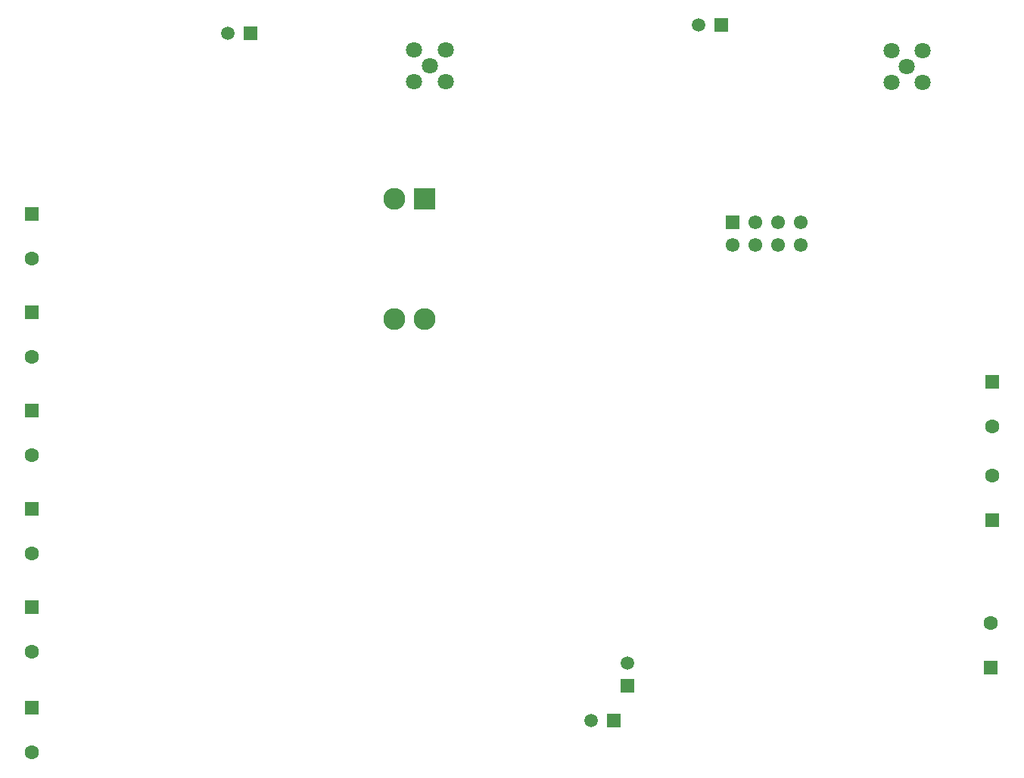
<source format=gbr>
%TF.GenerationSoftware,Altium Limited,Altium Designer,19.1.8 (144)*%
G04 Layer_Color=255*
%FSLAX25Y25*%
%MOIN*%
%TF.FileFunction,Pads,Bot*%
%TF.Part,Single*%
G01*
G75*
%TA.AperFunction,ComponentPad*%
%ADD33C,0.07087*%
%ADD34R,0.09646X0.09646*%
%ADD35C,0.09646*%
%ADD36R,0.06299X0.06299*%
%ADD37C,0.06299*%
%ADD38C,0.06102*%
%ADD39R,0.06102X0.06102*%
%ADD40R,0.05906X0.05906*%
%ADD41C,0.05906*%
%ADD42R,0.05906X0.05906*%
D33*
X403306Y314266D02*
D03*
X396347Y307307D02*
D03*
Y321226D02*
D03*
X410266Y307307D02*
D03*
X410266Y321226D02*
D03*
X200058Y321451D02*
D03*
Y307532D02*
D03*
X186139Y321451D02*
D03*
Y307532D02*
D03*
X193099Y314492D02*
D03*
D34*
X190748Y255847D02*
D03*
D35*
Y202815D02*
D03*
X177362Y255847D02*
D03*
Y202815D02*
D03*
D36*
X17717Y205709D02*
D03*
X440945Y114173D02*
D03*
X17717Y249016D02*
D03*
X440945Y175197D02*
D03*
X17717Y162402D02*
D03*
Y119095D02*
D03*
Y75787D02*
D03*
Y31496D02*
D03*
X440314Y49207D02*
D03*
D37*
X17717Y186024D02*
D03*
X440945Y133858D02*
D03*
X17717Y229331D02*
D03*
X440945Y155512D02*
D03*
X17717Y142717D02*
D03*
Y99410D02*
D03*
Y56102D02*
D03*
Y11811D02*
D03*
X440314Y68893D02*
D03*
D38*
X356476Y235330D02*
D03*
X346476D02*
D03*
X336476D02*
D03*
X326476D02*
D03*
X356476Y245329D02*
D03*
X346476D02*
D03*
X336476D02*
D03*
D39*
X326476D02*
D03*
D40*
X274035Y25979D02*
D03*
X321373Y332455D02*
D03*
X114290Y328735D02*
D03*
D41*
X264035Y25979D02*
D03*
X280275Y51274D02*
D03*
X311373Y332455D02*
D03*
X104290Y328735D02*
D03*
D42*
X280275Y41274D02*
D03*
%TF.MD5,fe4199deed46314ba021064fba5a6617*%
M02*

</source>
